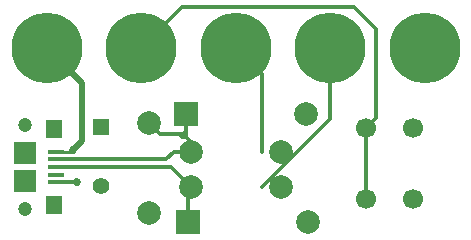
<source format=gtl>
%TF.GenerationSoftware,KiCad,Pcbnew,4.0.4+e1-6308~48~ubuntu16.04.1-stable*%
%TF.CreationDate,2016-12-29T13:26:47-08:00*%
%TF.ProjectId,USB-Breakout-with-Reset,5553422D427265616B6F75742D776974,rev?*%
%TF.FileFunction,Copper,L1,Top,Signal*%
%FSLAX46Y46*%
G04 Gerber Fmt 4.6, Leading zero omitted, Abs format (unit mm)*
G04 Created by KiCad (PCBNEW 4.0.4+e1-6308~48~ubuntu16.04.1-stable) date Thu Dec 29 13:26:47 2016*
%MOMM*%
%LPD*%
G01*
G04 APERTURE LIST*
%ADD10C,0.350000*%
%ADD11R,1.350000X0.400000*%
%ADD12R,1.400000X1.600000*%
%ADD13C,1.200000*%
%ADD14R,1.900000X1.900000*%
%ADD15C,1.998980*%
%ADD16C,1.700000*%
%ADD17C,6.000000*%
%ADD18R,1.998980X1.998980*%
%ADD19R,1.400000X1.400000*%
%ADD20C,1.400000*%
%ADD21C,0.685800*%
%ADD22C,0.330200*%
%ADD23C,0.508000*%
%ADD24C,0.254000*%
%ADD25C,0.330200*%
%ADD26C,0.350000*%
G04 APERTURE END LIST*
D10*
D11*
X130825000Y-105800000D03*
X130825000Y-106450000D03*
X130825000Y-107099100D03*
X130825000Y-107750000D03*
X130825000Y-108400000D03*
D12*
X130600000Y-103900000D03*
D13*
X128150000Y-103550000D03*
D14*
X128150000Y-105900000D03*
X128150000Y-108300000D03*
D12*
X130600000Y-110300000D03*
D13*
X128150000Y-110650000D03*
D15*
X138636000Y-110970000D03*
X138636000Y-103350000D03*
X149812000Y-105800000D03*
X142192000Y-105800000D03*
X149812000Y-108800000D03*
X142192000Y-108800000D03*
D16*
X161000000Y-103800000D03*
X161000000Y-109800000D03*
X157000000Y-103800000D03*
X157000000Y-109800000D03*
D17*
X130000000Y-97000000D03*
X146000000Y-97000000D03*
X154000000Y-97000000D03*
X138000000Y-97000000D03*
X162000000Y-97000000D03*
D15*
X151960000Y-102594920D03*
D18*
X141800000Y-102594920D03*
D15*
X152160000Y-111800000D03*
D18*
X142000000Y-111800000D03*
D19*
X134572000Y-103684000D03*
D20*
X134572000Y-108684000D03*
D21*
X132600000Y-108400000D03*
X132211269Y-105687990D03*
D22*
X130825000Y-108400000D02*
X132600000Y-108400000D01*
X139635489Y-104349489D02*
X141176000Y-104349489D01*
X141176000Y-104349489D02*
X141562511Y-104349489D01*
X141800000Y-104600000D02*
X141426511Y-104600000D01*
X141426511Y-104600000D02*
X141176000Y-104349489D01*
X142192000Y-105800000D02*
X142192000Y-104992000D01*
X142192000Y-104992000D02*
X141800000Y-104600000D01*
X141800000Y-102594920D02*
X141800000Y-104112000D01*
X138636000Y-103350000D02*
X139635489Y-104349489D01*
X141800000Y-104112000D02*
X141800000Y-104600000D01*
X141562511Y-104349489D02*
X141800000Y-104112000D01*
X140128508Y-106450000D02*
X130825000Y-106450000D01*
X142192000Y-105800000D02*
X140778508Y-105800000D01*
X140778508Y-105800000D02*
X140128508Y-106450000D01*
X142000000Y-111800000D02*
X142000000Y-108992000D01*
X142000000Y-108992000D02*
X142192000Y-108800000D01*
X130825000Y-107099100D02*
X140491100Y-107099100D01*
X140491100Y-107099100D02*
X142192000Y-108800000D01*
D23*
X130000000Y-97000000D02*
X132999999Y-99999999D01*
X132999999Y-99999999D02*
X132999999Y-104899260D01*
X132999999Y-104899260D02*
X132554168Y-105345091D01*
X132554168Y-105345091D02*
X132211269Y-105687990D01*
D24*
X132099259Y-105800000D02*
X132211269Y-105687990D01*
X130825000Y-105800000D02*
X132099259Y-105800000D01*
D22*
X148220000Y-105800000D02*
X148220000Y-99220000D01*
X148220000Y-99220000D02*
X146000000Y-97000000D01*
X154000000Y-97000000D02*
X154000000Y-103020000D01*
X154000000Y-103020000D02*
X148220000Y-108800000D01*
X157000000Y-103800000D02*
X157000000Y-109800000D01*
X155980899Y-93580899D02*
X157849999Y-95449999D01*
X157849999Y-95449999D02*
X157849999Y-102950001D01*
X157849999Y-102950001D02*
X157000000Y-103800000D01*
X138000000Y-97000000D02*
X141419101Y-93580899D01*
X141419101Y-93580899D02*
X155980899Y-93580899D01*
D25*
X132600000Y-108400000D03*
X132211269Y-105687990D03*
D26*
X128150000Y-103550000D03*
X128150000Y-110650000D03*
X138636000Y-110970000D03*
X138636000Y-103350000D03*
X149812000Y-105800000D03*
X142192000Y-105800000D03*
X149812000Y-108800000D03*
X142192000Y-108800000D03*
X161000000Y-103800000D03*
X161000000Y-109800000D03*
X157000000Y-103800000D03*
X157000000Y-109800000D03*
X130000000Y-97000000D03*
X146000000Y-97000000D03*
X154000000Y-97000000D03*
X138000000Y-97000000D03*
X162000000Y-97000000D03*
X151960000Y-102594920D03*
X141800000Y-102594920D03*
X152160000Y-111800000D03*
X142000000Y-111800000D03*
X134572000Y-103684000D03*
X134572000Y-108684000D03*
M02*

</source>
